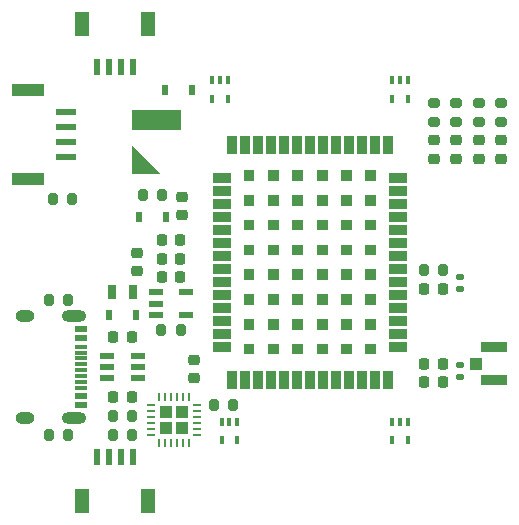
<source format=gtp>
%TF.GenerationSoftware,KiCad,Pcbnew,9.0.1*%
%TF.CreationDate,2025-04-16T09:50:42-06:00*%
%TF.ProjectId,SparkFun_GNSS_ZED-X20P,53706172-6b46-4756-9e5f-474e53535f5a,rev?*%
%TF.SameCoordinates,Original*%
%TF.FileFunction,Paste,Top*%
%TF.FilePolarity,Positive*%
%FSLAX46Y46*%
G04 Gerber Fmt 4.6, Leading zero omitted, Abs format (unit mm)*
G04 Created by KiCad (PCBNEW 9.0.1) date 2025-04-16 09:50:42*
%MOMM*%
%LPD*%
G01*
G04 APERTURE LIST*
G04 Aperture macros list*
%AMRoundRect*
0 Rectangle with rounded corners*
0 $1 Rounding radius*
0 $2 $3 $4 $5 $6 $7 $8 $9 X,Y pos of 4 corners*
0 Add a 4 corners polygon primitive as box body*
4,1,4,$2,$3,$4,$5,$6,$7,$8,$9,$2,$3,0*
0 Add four circle primitives for the rounded corners*
1,1,$1+$1,$2,$3*
1,1,$1+$1,$4,$5*
1,1,$1+$1,$6,$7*
1,1,$1+$1,$8,$9*
0 Add four rect primitives between the rounded corners*
20,1,$1+$1,$2,$3,$4,$5,0*
20,1,$1+$1,$4,$5,$6,$7,0*
20,1,$1+$1,$6,$7,$8,$9,0*
20,1,$1+$1,$8,$9,$2,$3,0*%
G04 Aperture macros list end*
%ADD10C,0.000000*%
%ADD11R,0.300000X0.700000*%
%ADD12RoundRect,0.218750X0.256250X-0.218750X0.256250X0.218750X-0.256250X0.218750X-0.256250X-0.218750X0*%
%ADD13RoundRect,0.200000X0.200000X0.275000X-0.200000X0.275000X-0.200000X-0.275000X0.200000X-0.275000X0*%
%ADD14RoundRect,0.200000X0.275000X-0.200000X0.275000X0.200000X-0.275000X0.200000X-0.275000X-0.200000X0*%
%ADD15RoundRect,0.225000X0.225000X0.250000X-0.225000X0.250000X-0.225000X-0.250000X0.225000X-0.250000X0*%
%ADD16R,1.000000X0.300000*%
%ADD17R,1.000000X0.600000*%
%ADD18O,1.600000X1.000000*%
%ADD19O,2.100000X1.000000*%
%ADD20RoundRect,0.225000X-0.250000X0.225000X-0.250000X-0.225000X0.250000X-0.225000X0.250000X0.225000X0*%
%ADD21RoundRect,0.200000X-0.200000X-0.275000X0.200000X-0.275000X0.200000X0.275000X-0.200000X0.275000X0*%
%ADD22RoundRect,0.225000X-0.225000X-0.250000X0.225000X-0.250000X0.225000X0.250000X-0.225000X0.250000X0*%
%ADD23R,0.630000X0.830000*%
%ADD24R,1.700000X0.600000*%
%ADD25R,2.700000X1.000000*%
%ADD26RoundRect,0.140000X-0.170000X0.140000X-0.170000X-0.140000X0.170000X-0.140000X0.170000X0.140000X0*%
%ADD27R,0.600000X1.350000*%
%ADD28R,1.200000X2.000000*%
%ADD29R,1.200000X0.550000*%
%ADD30R,1.050000X1.000000*%
%ADD31R,2.200000X0.850000*%
%ADD32RoundRect,0.225000X0.250000X-0.225000X0.250000X0.225000X-0.250000X0.225000X-0.250000X-0.225000X0*%
%ADD33R,0.800000X1.200000*%
%ADD34RoundRect,0.140000X0.170000X-0.140000X0.170000X0.140000X-0.170000X0.140000X-0.170000X-0.140000X0*%
%ADD35RoundRect,0.250000X-0.295000X0.295000X-0.295000X-0.295000X0.295000X-0.295000X0.295000X0.295000X0*%
%ADD36RoundRect,0.056250X-0.056250X0.315000X-0.056250X-0.315000X0.056250X-0.315000X0.056250X0.315000X0*%
%ADD37RoundRect,0.056250X-0.315000X0.056250X-0.315000X-0.056250X0.315000X-0.056250X0.315000X0.056250X0*%
%ADD38R,1.520000X0.850000*%
%ADD39R,0.850000X1.520000*%
G04 APERTURE END LIST*
D10*
%TO.C,BT1*%
G36*
X12797855Y29045000D02*
G01*
X10312500Y29045000D01*
X10312500Y31530355D01*
X12797855Y29045000D01*
G37*
G36*
X14517500Y32750000D02*
G01*
X10317500Y32750000D01*
X10317500Y34450000D01*
X14517500Y34450000D01*
X14517500Y32750000D01*
G37*
%TO.C,U5*%
G36*
X20700000Y28490000D02*
G01*
X19800000Y28490000D01*
X19800000Y29390000D01*
X20700000Y29390000D01*
X20700000Y28490000D01*
G37*
G36*
X20700000Y26390000D02*
G01*
X19800000Y26390000D01*
X19800000Y27290000D01*
X20700000Y27290000D01*
X20700000Y26390000D01*
G37*
G36*
X20700000Y24290000D02*
G01*
X19800000Y24290000D01*
X19800000Y25190000D01*
X20700000Y25190000D01*
X20700000Y24290000D01*
G37*
G36*
X20700000Y22190000D02*
G01*
X19800000Y22190000D01*
X19800000Y23090000D01*
X20700000Y23090000D01*
X20700000Y22190000D01*
G37*
G36*
X20700000Y20090000D02*
G01*
X19800000Y20090000D01*
X19800000Y20990000D01*
X20700000Y20990000D01*
X20700000Y20090000D01*
G37*
G36*
X20700000Y17990000D02*
G01*
X19800000Y17990000D01*
X19800000Y18890000D01*
X20700000Y18890000D01*
X20700000Y17990000D01*
G37*
G36*
X20700000Y15890000D02*
G01*
X19800000Y15890000D01*
X19800000Y16790000D01*
X20700000Y16790000D01*
X20700000Y15890000D01*
G37*
G36*
X20700000Y13790000D02*
G01*
X19800000Y13790000D01*
X19800000Y14690000D01*
X20700000Y14690000D01*
X20700000Y13790000D01*
G37*
G36*
X22750000Y28490000D02*
G01*
X21850000Y28490000D01*
X21850000Y29390000D01*
X22750000Y29390000D01*
X22750000Y28490000D01*
G37*
G36*
X22750000Y26390000D02*
G01*
X21850000Y26390000D01*
X21850000Y27290000D01*
X22750000Y27290000D01*
X22750000Y26390000D01*
G37*
G36*
X22750000Y24290000D02*
G01*
X21850000Y24290000D01*
X21850000Y25190000D01*
X22750000Y25190000D01*
X22750000Y24290000D01*
G37*
G36*
X22750000Y22190000D02*
G01*
X21850000Y22190000D01*
X21850000Y23090000D01*
X22750000Y23090000D01*
X22750000Y22190000D01*
G37*
G36*
X22750000Y20090000D02*
G01*
X21850000Y20090000D01*
X21850000Y20990000D01*
X22750000Y20990000D01*
X22750000Y20090000D01*
G37*
G36*
X22750000Y17990000D02*
G01*
X21850000Y17990000D01*
X21850000Y18890000D01*
X22750000Y18890000D01*
X22750000Y17990000D01*
G37*
G36*
X22750000Y15890000D02*
G01*
X21850000Y15890000D01*
X21850000Y16790000D01*
X22750000Y16790000D01*
X22750000Y15890000D01*
G37*
G36*
X22750000Y13790000D02*
G01*
X21850000Y13790000D01*
X21850000Y14690000D01*
X22750000Y14690000D01*
X22750000Y13790000D01*
G37*
G36*
X24800000Y28490000D02*
G01*
X23900000Y28490000D01*
X23900000Y29390000D01*
X24800000Y29390000D01*
X24800000Y28490000D01*
G37*
G36*
X24800000Y26390000D02*
G01*
X23900000Y26390000D01*
X23900000Y27290000D01*
X24800000Y27290000D01*
X24800000Y26390000D01*
G37*
G36*
X24800000Y24290000D02*
G01*
X23900000Y24290000D01*
X23900000Y25190000D01*
X24800000Y25190000D01*
X24800000Y24290000D01*
G37*
G36*
X24800000Y22190000D02*
G01*
X23900000Y22190000D01*
X23900000Y23090000D01*
X24800000Y23090000D01*
X24800000Y22190000D01*
G37*
G36*
X24800000Y20090000D02*
G01*
X23900000Y20090000D01*
X23900000Y20990000D01*
X24800000Y20990000D01*
X24800000Y20090000D01*
G37*
G36*
X24800000Y17990000D02*
G01*
X23900000Y17990000D01*
X23900000Y18890000D01*
X24800000Y18890000D01*
X24800000Y17990000D01*
G37*
G36*
X24800000Y15890000D02*
G01*
X23900000Y15890000D01*
X23900000Y16790000D01*
X24800000Y16790000D01*
X24800000Y15890000D01*
G37*
G36*
X24800000Y13790000D02*
G01*
X23900000Y13790000D01*
X23900000Y14690000D01*
X24800000Y14690000D01*
X24800000Y13790000D01*
G37*
G36*
X26900000Y28490000D02*
G01*
X26000000Y28490000D01*
X26000000Y29390000D01*
X26900000Y29390000D01*
X26900000Y28490000D01*
G37*
G36*
X26900000Y26390000D02*
G01*
X26000000Y26390000D01*
X26000000Y27290000D01*
X26900000Y27290000D01*
X26900000Y26390000D01*
G37*
G36*
X26900000Y24290000D02*
G01*
X26000000Y24290000D01*
X26000000Y25190000D01*
X26900000Y25190000D01*
X26900000Y24290000D01*
G37*
G36*
X26900000Y22190000D02*
G01*
X26000000Y22190000D01*
X26000000Y23090000D01*
X26900000Y23090000D01*
X26900000Y22190000D01*
G37*
G36*
X26900000Y20090000D02*
G01*
X26000000Y20090000D01*
X26000000Y20990000D01*
X26900000Y20990000D01*
X26900000Y20090000D01*
G37*
G36*
X26900000Y17990000D02*
G01*
X26000000Y17990000D01*
X26000000Y18890000D01*
X26900000Y18890000D01*
X26900000Y17990000D01*
G37*
G36*
X26900000Y15890000D02*
G01*
X26000000Y15890000D01*
X26000000Y16790000D01*
X26900000Y16790000D01*
X26900000Y15890000D01*
G37*
G36*
X26900000Y13790000D02*
G01*
X26000000Y13790000D01*
X26000000Y14690000D01*
X26900000Y14690000D01*
X26900000Y13790000D01*
G37*
G36*
X28950000Y28490000D02*
G01*
X28050000Y28490000D01*
X28050000Y29390000D01*
X28950000Y29390000D01*
X28950000Y28490000D01*
G37*
G36*
X28950000Y26390000D02*
G01*
X28050000Y26390000D01*
X28050000Y27290000D01*
X28950000Y27290000D01*
X28950000Y26390000D01*
G37*
G36*
X28950000Y24290000D02*
G01*
X28050000Y24290000D01*
X28050000Y25190000D01*
X28950000Y25190000D01*
X28950000Y24290000D01*
G37*
G36*
X28950000Y22190000D02*
G01*
X28050000Y22190000D01*
X28050000Y23090000D01*
X28950000Y23090000D01*
X28950000Y22190000D01*
G37*
G36*
X28950000Y20090000D02*
G01*
X28050000Y20090000D01*
X28050000Y20990000D01*
X28950000Y20990000D01*
X28950000Y20090000D01*
G37*
G36*
X28950000Y17990000D02*
G01*
X28050000Y17990000D01*
X28050000Y18890000D01*
X28950000Y18890000D01*
X28950000Y17990000D01*
G37*
G36*
X28950000Y15890000D02*
G01*
X28050000Y15890000D01*
X28050000Y16790000D01*
X28950000Y16790000D01*
X28950000Y15890000D01*
G37*
G36*
X28950000Y13790000D02*
G01*
X28050000Y13790000D01*
X28050000Y14690000D01*
X28950000Y14690000D01*
X28950000Y13790000D01*
G37*
G36*
X31000000Y28490000D02*
G01*
X30100000Y28490000D01*
X30100000Y29390000D01*
X31000000Y29390000D01*
X31000000Y28490000D01*
G37*
G36*
X31000000Y26390000D02*
G01*
X30100000Y26390000D01*
X30100000Y27290000D01*
X31000000Y27290000D01*
X31000000Y26390000D01*
G37*
G36*
X31000000Y24290000D02*
G01*
X30100000Y24290000D01*
X30100000Y25190000D01*
X31000000Y25190000D01*
X31000000Y24290000D01*
G37*
G36*
X31000000Y22190000D02*
G01*
X30100000Y22190000D01*
X30100000Y23090000D01*
X31000000Y23090000D01*
X31000000Y22190000D01*
G37*
G36*
X31000000Y20090000D02*
G01*
X30100000Y20090000D01*
X30100000Y20990000D01*
X31000000Y20990000D01*
X31000000Y20090000D01*
G37*
G36*
X31000000Y17990000D02*
G01*
X30100000Y17990000D01*
X30100000Y18890000D01*
X31000000Y18890000D01*
X31000000Y17990000D01*
G37*
G36*
X31000000Y15890000D02*
G01*
X30100000Y15890000D01*
X30100000Y16790000D01*
X31000000Y16790000D01*
X31000000Y15890000D01*
G37*
G36*
X31000000Y13790000D02*
G01*
X30100000Y13790000D01*
X30100000Y14690000D01*
X31000000Y14690000D01*
X31000000Y13790000D01*
G37*
%TD*%
D11*
%TO.C,D13*%
X19223750Y8102500D03*
X18573750Y8102500D03*
X17923750Y8102500D03*
X17923750Y6502500D03*
X19223750Y6502500D03*
%TD*%
D12*
%TO.C,D4*%
X37782500Y30327500D03*
X37782500Y31902500D03*
%TD*%
D13*
%TO.C,R8*%
X5270000Y26987500D03*
X3620000Y26987500D03*
%TD*%
D14*
%TO.C,R3*%
X39687500Y33465000D03*
X39687500Y35115000D03*
%TD*%
D15*
%TO.C,C5*%
X14427500Y21907500D03*
X12877500Y21907500D03*
%TD*%
D16*
%TO.C,J1*%
X6010000Y13950000D03*
X6010000Y12950000D03*
X6010000Y12450000D03*
X6010000Y11450000D03*
X6010000Y10950000D03*
X6010000Y11950000D03*
X6010000Y13450000D03*
X6010000Y14450000D03*
D17*
X6010000Y15925000D03*
X6010000Y9475000D03*
D18*
X1255000Y17018000D03*
D19*
X5435000Y17018000D03*
X5435000Y8382000D03*
D18*
X1255000Y8382000D03*
D17*
X6010000Y15150000D03*
X6010000Y10250000D03*
%TD*%
D20*
%TO.C,C9*%
X14605000Y27127500D03*
X14605000Y25577500D03*
%TD*%
D21*
%TO.C,R13*%
X8700000Y8572500D03*
X10350000Y8572500D03*
%TD*%
D22*
%TO.C,C3*%
X35102500Y11430000D03*
X36652500Y11430000D03*
%TD*%
D23*
%TO.C,D7*%
X13137500Y36195000D03*
X15437500Y36195000D03*
%TD*%
%TO.C,D5*%
X10915000Y25400000D03*
X13215000Y25400000D03*
%TD*%
D24*
%TO.C,J8*%
X4762500Y34290000D03*
X4762500Y33040000D03*
X4762500Y31790000D03*
X4762500Y30540000D03*
D25*
X1562500Y36165000D03*
X1562500Y28665000D03*
%TD*%
D13*
%TO.C,R2*%
X4952500Y18415000D03*
X3302500Y18415000D03*
%TD*%
D14*
%TO.C,R5*%
X37782500Y33465000D03*
X37782500Y35115000D03*
%TD*%
D12*
%TO.C,D1*%
X35877500Y30327500D03*
X35877500Y31902500D03*
%TD*%
D14*
%TO.C,R4*%
X35877500Y33465000D03*
X35877500Y35115000D03*
%TD*%
D15*
%TO.C,C2*%
X14427500Y20320000D03*
X12877500Y20320000D03*
%TD*%
D12*
%TO.C,D2*%
X39687500Y30327500D03*
X39687500Y31902500D03*
%TD*%
D26*
%TO.C,D3*%
X38100000Y20327500D03*
X38100000Y19367500D03*
%TD*%
D13*
%TO.C,R10*%
X18922500Y9525000D03*
X17272500Y9525000D03*
%TD*%
%TO.C,R1*%
X4952500Y6985000D03*
X3302500Y6985000D03*
%TD*%
D27*
%TO.C,J7*%
X10390000Y38100000D03*
X9390000Y38100000D03*
X8390000Y38100000D03*
X7390000Y38100000D03*
D28*
X6090000Y41775000D03*
X11690000Y41775000D03*
%TD*%
D29*
%TO.C,U2*%
X12352400Y19047500D03*
X12352400Y18097500D03*
X12352400Y17147500D03*
X14952600Y17147500D03*
X14952600Y19047500D03*
%TD*%
D30*
%TO.C,J10*%
X39432500Y13017500D03*
D31*
X40957500Y11642500D03*
X40957500Y14392500D03*
%TD*%
D15*
%TO.C,C8*%
X14427500Y23495000D03*
X12877500Y23495000D03*
%TD*%
%TO.C,L1*%
X36652500Y19367500D03*
X35102500Y19367500D03*
%TD*%
D22*
%TO.C,C7*%
X8750000Y15240000D03*
X10300000Y15240000D03*
%TD*%
D11*
%TO.C,D12*%
X33670000Y8102500D03*
X33020000Y8102500D03*
X32370000Y8102500D03*
X32370000Y6502500D03*
X33670000Y6502500D03*
%TD*%
D14*
%TO.C,R11*%
X41592500Y33465000D03*
X41592500Y35115000D03*
%TD*%
D11*
%TO.C,D10*%
X33670000Y36995000D03*
X33020000Y36995000D03*
X32370000Y36995000D03*
X32370000Y35395000D03*
X33670000Y35395000D03*
%TD*%
D32*
%TO.C,C10*%
X15557500Y11766250D03*
X15557500Y13316250D03*
%TD*%
D33*
%TO.C,F1*%
X10425000Y19050000D03*
X8625000Y19050000D03*
%TD*%
D34*
%TO.C,D14*%
X38100000Y11902500D03*
X38100000Y12862500D03*
%TD*%
D35*
%TO.C,U4*%
X14587500Y8910000D03*
X13237500Y8910000D03*
X14587500Y7560000D03*
X13237500Y7560000D03*
D36*
X15162500Y10197500D03*
X14662500Y10197500D03*
X14162500Y10197500D03*
X13662500Y10197500D03*
X13162500Y10197500D03*
X12662500Y10197500D03*
D37*
X11950000Y9485000D03*
X11950000Y8985000D03*
X11950000Y8485000D03*
X11950000Y7985000D03*
X11950000Y7485000D03*
X11950000Y6985000D03*
D36*
X12662500Y6272500D03*
X13162500Y6272500D03*
X13662500Y6272500D03*
X14162500Y6272500D03*
X14662500Y6272500D03*
X15162500Y6272500D03*
D37*
X15875000Y6985000D03*
X15875000Y7485000D03*
X15875000Y7985000D03*
X15875000Y8485000D03*
X15875000Y8985000D03*
X15875000Y9485000D03*
%TD*%
D27*
%TO.C,J4*%
X7390000Y5080000D03*
X8390000Y5080000D03*
X9390000Y5080000D03*
X10390000Y5080000D03*
D28*
X11690000Y1405000D03*
X6090000Y1405000D03*
%TD*%
D29*
%TO.C,U1*%
X8224900Y13650000D03*
X8224900Y12700000D03*
X8224900Y11750000D03*
X10825100Y11750000D03*
X10825000Y12700000D03*
X10825100Y13650000D03*
%TD*%
D12*
%TO.C,D9*%
X41592500Y30327500D03*
X41592500Y31902500D03*
%TD*%
D32*
%TO.C,C1*%
X10795000Y20815000D03*
X10795000Y22365000D03*
%TD*%
D11*
%TO.C,D8*%
X18430000Y36995000D03*
X17780000Y36995000D03*
X17130000Y36995000D03*
X17130000Y35395000D03*
X18430000Y35395000D03*
%TD*%
D22*
%TO.C,C13*%
X8750000Y10160000D03*
X10300000Y10160000D03*
%TD*%
D13*
%TO.C,R9*%
X14477500Y15875000D03*
X12827500Y15875000D03*
%TD*%
D23*
%TO.C,D6*%
X10675000Y17145000D03*
X8375000Y17145000D03*
%TD*%
D21*
%TO.C,R6*%
X35052500Y20955000D03*
X36702500Y20955000D03*
%TD*%
D15*
%TO.C,L2*%
X36652500Y13017500D03*
X35102500Y13017500D03*
%TD*%
D21*
%TO.C,R12*%
X8700000Y6985000D03*
X10350000Y6985000D03*
%TD*%
D13*
%TO.C,R7*%
X12890000Y27305000D03*
X11240000Y27305000D03*
%TD*%
D38*
%TO.C,U5*%
X32850000Y14440000D03*
X32850000Y15540000D03*
X32850000Y16640000D03*
X32850000Y17740000D03*
X32850000Y18840000D03*
X32850000Y19940000D03*
X32850000Y21040000D03*
X32850000Y22140000D03*
X32850000Y23240000D03*
X32850000Y24340000D03*
X32850000Y25440000D03*
X32850000Y26540000D03*
X32850000Y27640000D03*
X32850000Y28740000D03*
D39*
X32000000Y31540000D03*
X30900000Y31540000D03*
X29800000Y31540000D03*
X28700000Y31540000D03*
X27600000Y31540000D03*
X26500000Y31540000D03*
X25400000Y31540000D03*
X24300000Y31540000D03*
X23200000Y31540000D03*
X22100000Y31540000D03*
X21000000Y31540000D03*
X19900000Y31540000D03*
X18800000Y31540000D03*
D38*
X17950000Y28740000D03*
X17950000Y27640000D03*
X17950000Y26540000D03*
X17950000Y25440000D03*
X17950000Y24340000D03*
X17950000Y23240000D03*
X17950000Y22140000D03*
X17950000Y21040000D03*
X17950000Y19940000D03*
X17950000Y18840000D03*
X17950000Y17740000D03*
X17950000Y16640000D03*
X17950000Y15540000D03*
X17950000Y14440000D03*
D39*
X18800000Y11640000D03*
X19900000Y11640000D03*
X21000000Y11640000D03*
X22100000Y11640000D03*
X23200000Y11640000D03*
X24300000Y11640000D03*
X25400000Y11640000D03*
X26500000Y11640000D03*
X27600000Y11640000D03*
X28700000Y11640000D03*
X29800000Y11640000D03*
X30900000Y11640000D03*
X32000000Y11640000D03*
%TD*%
M02*

</source>
